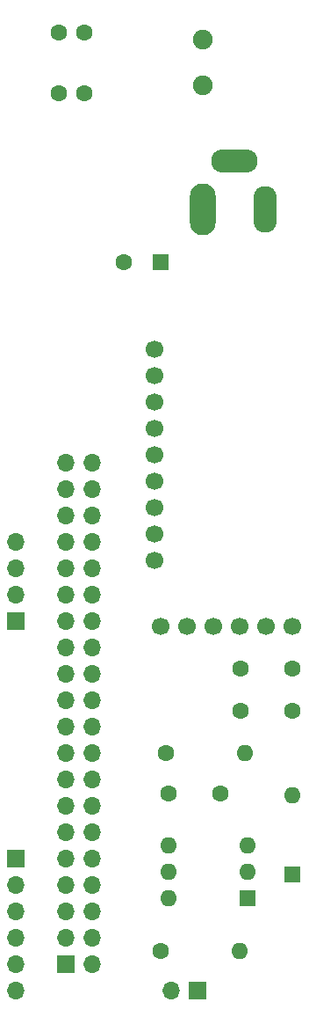
<source format=gbs>
%TF.GenerationSoftware,KiCad,Pcbnew,5.99.0+really5.1.9+dfsg1-1*%
%TF.CreationDate,2021-05-13T21:54:40+10:00*%
%TF.ProjectId,minisynth32-rear,6d696e69-7379-46e7-9468-33322d726561,1.1*%
%TF.SameCoordinates,Original*%
%TF.FileFunction,Soldermask,Bot*%
%TF.FilePolarity,Negative*%
%FSLAX46Y46*%
G04 Gerber Fmt 4.6, Leading zero omitted, Abs format (unit mm)*
G04 Created by KiCad (PCBNEW 5.99.0+really5.1.9+dfsg1-1) date 2021-05-13 21:54:40*
%MOMM*%
%LPD*%
G01*
G04 APERTURE LIST*
%ADD10C,1.905000*%
%ADD11C,1.600200*%
%ADD12O,1.700000X1.700000*%
%ADD13R,1.700000X1.700000*%
%ADD14O,4.500000X2.250000*%
%ADD15O,2.250000X4.500000*%
%ADD16O,2.500000X5.000000*%
%ADD17C,1.700000*%
%ADD18O,1.600000X1.600000*%
%ADD19R,1.600000X1.600000*%
%ADD20C,1.600000*%
G04 APERTURE END LIST*
D10*
%TO.C,SW2*%
X150114000Y-47688500D03*
X150114000Y-52082700D03*
D11*
X138684000Y-46939200D03*
X136194800Y-46939200D03*
X138684000Y-52832000D03*
X136194800Y-52832000D03*
%TD*%
D12*
%TO.C,J5*%
X147066000Y-139192000D03*
D13*
X149606000Y-139192000D03*
%TD*%
D12*
%TO.C,J4*%
X132080000Y-96012000D03*
X132080000Y-98552000D03*
X132080000Y-101092000D03*
D13*
X132080000Y-103632000D03*
%TD*%
D14*
%TO.C,J3*%
X153114000Y-59308000D03*
D15*
X156114000Y-64008000D03*
D16*
X150114000Y-64008000D03*
%TD*%
D12*
%TO.C,J1*%
X132080000Y-139192000D03*
X132080000Y-136652000D03*
X132080000Y-134112000D03*
X132080000Y-131572000D03*
X132080000Y-129032000D03*
D13*
X132080000Y-126492000D03*
%TD*%
D17*
%TO.C,A1*%
X158750000Y-104140000D03*
X156210000Y-104140000D03*
X153670000Y-104140000D03*
X151130000Y-104140000D03*
X148590000Y-104140000D03*
X146050000Y-104140000D03*
X145415000Y-77470000D03*
X145415000Y-80010000D03*
X145415000Y-82550000D03*
X145415000Y-85090000D03*
X145415000Y-87630000D03*
X145415000Y-90170000D03*
X145415000Y-92710000D03*
X145415000Y-95250000D03*
X145415000Y-97790000D03*
%TD*%
D18*
%TO.C,U1*%
X146812000Y-130302000D03*
X154432000Y-125222000D03*
X146812000Y-127762000D03*
X154432000Y-127762000D03*
X146812000Y-125222000D03*
D19*
X154432000Y-130302000D03*
%TD*%
D18*
%TO.C,R2*%
X153670000Y-135382000D03*
D20*
X146050000Y-135382000D03*
%TD*%
D18*
%TO.C,R1*%
X154178000Y-116332000D03*
D20*
X146558000Y-116332000D03*
%TD*%
D12*
%TO.C,J2*%
X139446000Y-88392000D03*
X136906000Y-88392000D03*
X139446000Y-90932000D03*
X136906000Y-90932000D03*
X139446000Y-93472000D03*
X136906000Y-93472000D03*
X139446000Y-96012000D03*
X136906000Y-96012000D03*
X139446000Y-98552000D03*
X136906000Y-98552000D03*
X139446000Y-101092000D03*
X136906000Y-101092000D03*
X139446000Y-103632000D03*
X136906000Y-103632000D03*
X139446000Y-106172000D03*
X136906000Y-106172000D03*
X139446000Y-108712000D03*
X136906000Y-108712000D03*
X139446000Y-111252000D03*
X136906000Y-111252000D03*
X139446000Y-113792000D03*
X136906000Y-113792000D03*
X139446000Y-116332000D03*
X136906000Y-116332000D03*
X139446000Y-118872000D03*
X136906000Y-118872000D03*
X139446000Y-121412000D03*
X136906000Y-121412000D03*
X139446000Y-123952000D03*
X136906000Y-123952000D03*
X139446000Y-126492000D03*
X136906000Y-126492000D03*
X139446000Y-129032000D03*
X136906000Y-129032000D03*
X139446000Y-131572000D03*
X136906000Y-131572000D03*
X139446000Y-134112000D03*
X136906000Y-134112000D03*
X139446000Y-136652000D03*
D13*
X136906000Y-136652000D03*
%TD*%
D18*
%TO.C,D1*%
X158750000Y-120396000D03*
D19*
X158750000Y-128016000D03*
%TD*%
D20*
%TO.C,C4*%
X153750000Y-112268000D03*
X158750000Y-112268000D03*
%TD*%
%TO.C,C3*%
X153750000Y-108204000D03*
X158750000Y-108204000D03*
%TD*%
%TO.C,C2*%
X151812000Y-120222000D03*
X146812000Y-120222000D03*
%TD*%
%TO.C,C1*%
X142494000Y-69088000D03*
D19*
X145994000Y-69088000D03*
%TD*%
M02*

</source>
